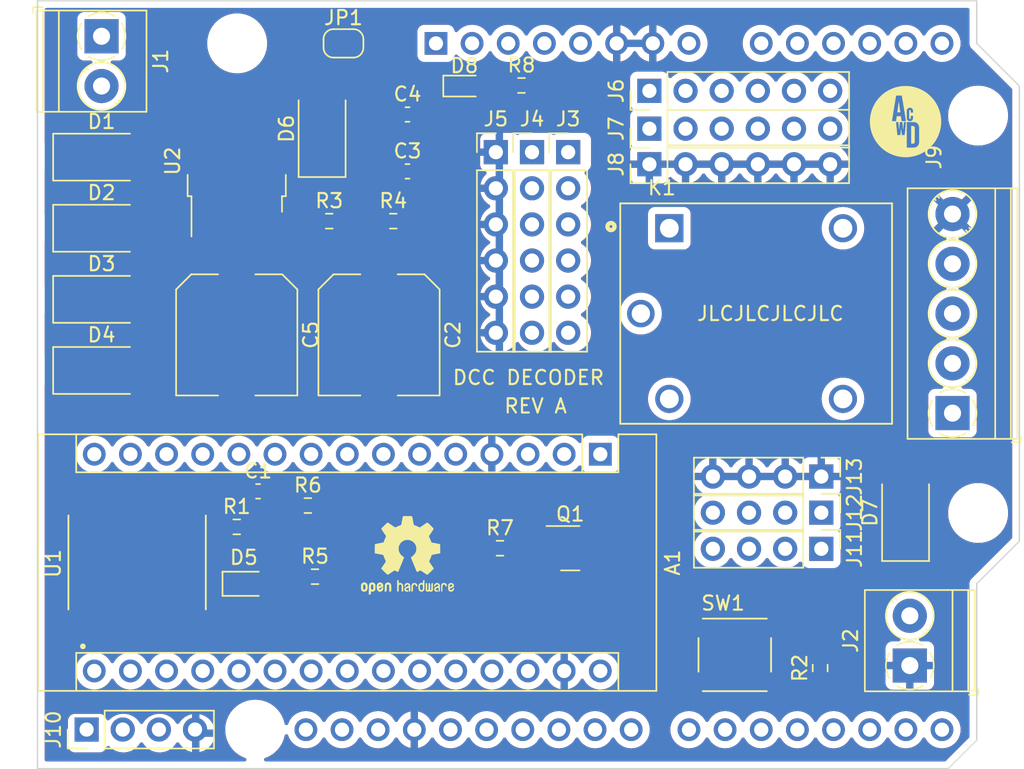
<source format=kicad_pcb>
(kicad_pcb (version 20211014) (generator pcbnew)
  (title_block (title "DCC Decoder") (date "2022-02-11") (rev "A") (company "A.C. Wright Design"))
  (layers (0 "F.Cu" signal) (31 "B.Cu" signal) (34 "B.Paste" user) (35 "F.Paste" user) (36 "B.SilkS" user "B.Silkscreen") (37 "F.SilkS" user "F.Silkscreen") (38 "B.Mask" user) (39 "F.Mask" user) (44 "Edge.Cuts" user))
  (net 0 "")
  (net 1 "D1")
  (net 2 "D0")
  (net 3 "~{RESET}")
  (net 4 "GND")
  (net 5 "DCC")
  (net 6 "LEARN")
  (net 7 "LIGHTS")
  (net 8 "TURNOUT A")
  (net 9 "TURNOUT B")
  (net 10 "D7")
  (net 11 "D8")
  (net 12 "TURNOUT C")
  (net 13 "TURNOUT D")
  (net 14 "D11")
  (net 15 "D12")
  (net 16 "D13")
  (net 17 "3V3")
  (net 18 "AREF")
  (net 19 "A0")
  (net 20 "A1")
  (net 21 "A2")
  (net 22 "A3")
  (net 23 "A4")
  (net 24 "A5")
  (net 27 "5V")
  (net 28 "12V")
  (net 29 "Net-(C1-Pad1)")
  (net 30 "RAIL B")
  (net 31 "Net-(C2-Pad1)")
  (net 32 "Net-(C4-Pad1)")
  (net 33 "RAIL A")
  (net 34 "Net-(D7-Pad2)")
  (net 35 "Net-(J9-Pad2)")
  (net 36 "Net-(J9-Pad3)")
  (net 37 "Net-(J9-Pad4)")
  (net 38 "Net-(Q1-Pad2)")
  (net 39 "Net-(D8-Pad2)")
  (net 40 "Net-(R5-Pad1)")
  (net 43 "IOREF")
  (net 44 "Net-(R3-Pad2)")
  (footprint "Resistor_SMD:R_0603_1608Metric" (layer "F.Cu") (at 135.5 102.5)
    (fp_text reference "R7" (at 0 -1.43) (layer "F.SilkS"))
    (fp_text value "1K")
    (pad "1" smd roundrect (at -0.825 0) (size 0.8 0.95) (layers "F.Cu" "F.Paste" "F.Mask") (net 7 "LIGHTS"))
    (pad "2" smd roundrect (at 0.825 0) (size 0.8 0.95) (layers "F.Cu" "F.Paste" "F.Mask") (net 38 "Net-(Q1-Pad2)"))
  )
  (footprint "Resistor_SMD:R_0603_1608Metric" (layer "F.Cu") (at 117 101)
    (fp_text reference "R1" (at 0 -1.43) (layer "F.SilkS"))
    (fp_text value "1K")
    (pad "1" smd roundrect (at -0.825 0) (size 0.8 0.95) (layers "F.Cu" "F.Paste" "F.Mask") (net 33 "RAIL A"))
    (pad "2" smd roundrect (at 0.825 0) (size 0.8 0.95) (layers "F.Cu" "F.Paste" "F.Mask") (net 29 "Net-(C1-Pad1)"))
  )
  (footprint "Capacitor_SMD:C_0603_1608Metric" (layer "F.Cu") (at 129 76)
    (fp_text reference "C3" (at 0 -1.43) (layer "F.SilkS"))
    (fp_text value "100nF")
    (pad "1" smd roundrect (at -0.775 0) (size 0.9 0.95) (layers "F.Cu" "F.Paste" "F.Mask") (net 31 "Net-(C2-Pad1)"))
    (pad "2" smd roundrect (at 0.775 0) (size 0.9 0.95) (layers "F.Cu" "F.Paste" "F.Mask") (net 4 "GND"))
  )
  (footprint "A.C. Wright Logo:A.C. Wright Logo 5mm" (layer "F.Cu") (at 164 72.5)
    (fp_text reference "G***" hide)
    (fp_text value "LOGO" hide)
  )
  (footprint "Diode_SMD:D_SMA" (layer "F.Cu") (at 164 100 90)
    (fp_text reference "D7" (at 0 -2.5 90) (layer "F.SilkS"))
    (fp_text value "M7")
    (pad "1" smd rect (at -2 0 90) (size 2.5 1.8) (layers "F.Cu" "F.Paste" "F.Mask") (net 28 "12V"))
    (pad "2" smd rect (at 2 0 90) (size 2.5 1.8) (layers "F.Cu" "F.Paste" "F.Mask") (net 34 "Net-(D7-Pad2)"))
  )
  (footprint "Resistor_SMD:R_0603_1608Metric" (layer "F.Cu") (at 128 79.5)
    (fp_text reference "R4" (at 0 -1.43) (layer "F.SilkS"))
    (fp_text value "180")
    (pad "1" smd roundrect (at -0.825 0) (size 0.8 0.95) (layers "F.Cu" "F.Paste" "F.Mask") (net 44 "Net-(R3-Pad2)"))
    (pad "2" smd roundrect (at 0.825 0) (size 0.8 0.95) (layers "F.Cu" "F.Paste" "F.Mask") (net 32 "Net-(C4-Pad1)"))
  )
  (footprint "Connector_PinHeader_2.54mm:PinHeader_1x06_P2.54mm_Vertical" (layer "F.Cu") (at 137.75 74.65)
    (fp_text reference "J4" (at 0 -2.33) (layer "F.SilkS"))
    (fp_text value "Conn_01x06" hide)
    (pad "1" thru_hole rect (at 0 0) (size 1.7 1.7) (drill 1) (layers *.Cu *.Mask) (net 27 "5V"))
    (pad "2" thru_hole oval (at 0 2.54) (size 1.7 1.7) (drill 1) (layers *.Cu *.Mask) (net 27 "5V"))
    (pad "3" thru_hole oval (at 0 5.08) (size 1.7 1.7) (drill 1) (layers *.Cu *.Mask) (net 27 "5V"))
    (pad "4" thru_hole oval (at 0 7.62) (size 1.7 1.7) (drill 1) (layers *.Cu *.Mask) (net 27 "5V"))
    (pad "5" thru_hole oval (at 0 10.16) (size 1.7 1.7) (drill 1) (layers *.Cu *.Mask) (net 27 "5V"))
    (pad "6" thru_hole oval (at 0 12.7) (size 1.7 1.7) (drill 1) (layers *.Cu *.Mask) (net 27 "5V"))
  )
  (footprint "Capacitor_SMD:C_Elec_8x10.2" (layer "F.Cu") (at 127 87.5 -90)
    (fp_text reference "C2" (at 0 -5.2 90) (layer "F.SilkS"))
    (fp_text value "100uF")
    (pad "1" smd roundrect (at -3.6 0 270) (size 4.5 2.1) (layers "F.Cu" "F.Paste" "F.Mask") (roundrect_rratio 0.119048) (net 31 "Net-(C2-Pad1)"))
    (pad "2" smd roundrect (at 3.6 0 270) (size 4.5 2.1) (layers "F.Cu" "F.Paste" "F.Mask") (roundrect_rratio 0.119048) (net 4 "GND"))
  )
  (footprint "Diode_SMD:D_SMA" (layer "F.Cu") (at 107.5 90)
    (fp_text reference "D4" (at 0 -2.5) (layer "F.SilkS"))
    (fp_text value "M7")
    (pad "1" smd rect (at -2 0) (size 2.5 1.8) (layers "F.Cu" "F.Paste" "F.Mask") (net 31 "Net-(C2-Pad1)"))
    (pad "2" smd rect (at 2 0) (size 2.5 1.8) (layers "F.Cu" "F.Paste" "F.Mask") (net 30 "RAIL B"))
  )
  (footprint "TerminalBlock_Phoenix:TerminalBlock_Phoenix_PT-1,5-2-3.5-H_1x02_P3.50mm_Horizontal" (layer "F.Cu") (at 107.5 66.5 -90)
    (fp_text reference "J1" (at 1.75 -4.16 90) (layer "F.SilkS"))
    (fp_text value "Screw_Terminal_01x02" hide)
    (pad "1" thru_hole rect (at 0 0 270) (size 2.4 2.4) (drill 1.2) (layers *.Cu *.Mask) (net 30 "RAIL B"))
    (pad "2" thru_hole circle (at 3.5 0 270) (size 2.4 2.4) (drill 1.2) (layers *.Cu *.Mask) (net 33 "RAIL A"))
  )
  (footprint "Resistor_SMD:R_0603_1608Metric" (layer "F.Cu") (at 122.5 104.5)
    (fp_text reference "R5" (at 0 -1.43) (layer "F.SilkS"))
    (fp_text value "10K")
    (pad "1" smd roundrect (at -0.825 0) (size 0.8 0.95) (layers "F.Cu" "F.Paste" "F.Mask") (net 40 "Net-(R5-Pad1)"))
    (pad "2" smd roundrect (at 0.825 0) (size 0.8 0.95) (layers "F.Cu" "F.Paste" "F.Mask") (net 27 "5V"))
  )
  (footprint "OPTO_HCPL2630S:OPTO_HCPL2630S" (layer "F.Cu") (at 110 103.5 90)
    (fp_text reference "U1" (at -0.075 -5.885 90) (layer "F.SilkS"))
    (fp_text value "6N137")
    (pad "1" smd rect locked (at -4.505 -3.81 90) (size 1.52 1.78) (layers "F.Cu" "F.Paste" "F.Mask"))
    (pad "2" smd rect locked (at -4.505 -1.27 90) (size 1.52 1.78) (layers "F.Cu" "F.Paste" "F.Mask") (net 29 "Net-(C1-Pad1)"))
    (pad "3" smd rect locked (at -4.505 1.27 90) (size 1.52 1.78) (layers "F.Cu" "F.Paste" "F.Mask") (net 30 "RAIL B"))
    (pad "4" smd rect locked (at -4.505 3.81 90) (size 1.52 1.78) (layers "F.Cu" "F.Paste" "F.Mask"))
    (pad "5" smd rect locked (at 4.505 3.81 270) (size 1.52 1.78) (layers "F.Cu" "F.Paste" "F.Mask") (net 4 "GND"))
    (pad "6" smd rect locked (at 4.505 1.27 270) (size 1.52 1.78) (layers "F.Cu" "F.Paste" "F.Mask") (net 5 "DCC"))
    (pad "7" smd rect locked (at 4.505 -1.27 270) (size 1.52 1.78) (layers "F.Cu" "F.Paste" "F.Mask") (net 40 "Net-(R5-Pad1)"))
    (pad "8" smd rect locked (at 4.505 -3.81 270) (size 1.52 1.78) (layers "F.Cu" "F.Paste" "F.Mask") (net 27 "5V"))
  )
  (footprint "Diode_SMD:D_SMA" (layer "F.Cu") (at 107.5 80)
    (fp_text reference "D2" (at 0 -2.5) (layer "F.SilkS"))
    (fp_text value "M7")
    (pad "1" smd rect (at -2 0) (size 2.5 1.8) (layers "F.Cu" "F.Paste" "F.Mask") (net 30 "RAIL B"))
    (pad "2" smd rect (at 2 0) (size 2.5 1.8) (layers "F.Cu" "F.Paste" "F.Mask") (net 4 "GND"))
  )
  (footprint "Package_TO_SOT_SMD:SOT-23" (layer "F.Cu") (at 140.4375 102.5)
    (fp_text reference "Q1" (at 0 -2.4) (layer "F.SilkS"))
    (fp_text value "MMBT2222A 1P")
    (pad "1" smd roundrect (at -0.9375 -0.95) (size 1.475 0.6) (layers "F.Cu" "F.Paste" "F.Mask") (net 34 "Net-(D7-Pad2)"))
    (pad "2" smd roundrect (at -0.9375 0.95) (size 1.475 0.6) (layers "F.Cu" "F.Paste" "F.Mask") (net 38 "Net-(Q1-Pad2)"))
    (pad "3" smd roundrect (at 0.9375 0) (size 1.475 0.6) (layers "F.Cu" "F.Paste" "F.Mask") (net 4 "GND"))
  )
  (footprint "Connector_PinHeader_2.54mm:PinHeader_1x06_P2.54mm_Vertical" (layer "F.Cu") (at 146 70.34 90)
    (fp_text reference "J6" (at 0 -2.33 90) (layer "F.SilkS"))
    (fp_text value "Conn_01x06" hide)
    (pad "1" thru_hole rect (at 0 0 90) (size 1.7 1.7) (drill 1) (layers *.Cu *.Mask) (net 19 "A0"))
    (pad "2" thru_hole oval (at 0 2.54 90) (size 1.7 1.7) (drill 1) (layers *.Cu *.Mask) (net 20 "A1"))
    (pad "3" thru_hole oval (at 0 5.08 90) (size 1.7 1.7) (drill 1) (layers *.Cu *.Mask) (net 21 "A2"))
    (pad "4" thru_hole oval (at 0 7.62 90) (size 1.7 1.7) (drill 1) (layers *.Cu *.Mask) (net 22 "A3"))
    (pad "5" thru_hole oval (at 0 10.16 90) (size 1.7 1.7) (drill 1) (layers *.Cu *.Mask) (net 23 "A4"))
    (pad "6" thru_hole oval (at 0 12.7 90) (size 1.7 1.7) (drill 1) (layers *.Cu *.Mask) (net 24 "A5"))
  )
  (footprint "TerminalBlock_Phoenix:TerminalBlock_Phoenix_PT-1,5-5-3.5-H_1x05_P3.50mm_Horizontal" (layer "F.Cu") (at 167.3 93 90)
    (fp_text reference "J9" (at 18 -1.3 90) (layer "F.SilkS"))
    (fp_text value "Screw_Terminal_01x05" hide)
    (pad "1" thru_hole rect (at 0 0 90) (size 2.4 2.4) (drill 1.2) (layers *.Cu *.Mask) (net 28 "12V"))
    (pad "2" thru_hole circle (at 3.5 0 90) (size 2.4 2.4) (drill 1.2) (layers *.Cu *.Mask) (net 35 "Net-(J9-Pad2)"))
    (pad "3" thru_hole circle (at 7 0 90) (size 2.4 2.4) (drill 1.2) (layers *.Cu *.Mask) (net 36 "Net-(J9-Pad3)"))
    (pad "4" thru_hole circle (at 10.5 0 90) (size 2.4 2.4) (drill 1.2) (layers *.Cu *.Mask) (net 37 "Net-(J9-Pad4)"))
    (pad "5" thru_hole circle (at 14 0 90) (size 2.4 2.4) (drill 1.2) (layers *.Cu *.Mask) (net 4 "GND"))
  )
  (footprint "Connector_PinHeader_2.54mm:PinHeader_1x06_P2.54mm_Vertical" (layer "F.Cu") (at 140.29 74.65)
    (fp_text reference "J3" (at 0 -2.33) (layer "F.SilkS"))
    (fp_text value "Conn_01x06" hide)
    (pad "1" thru_hole rect (at 0 0) (size 1.7 1.7) (drill 1) (layers *.Cu *.Mask) (net 2 "D0"))
    (pad "2" thru_hole oval (at 0 2.54) (size 1.7 1.7) (drill 1) (layers *.Cu *.Mask) (net 1 "D1"))
    (pad "3" thru_hole oval (at 0 5.08) (size 1.7 1.7) (drill 1) (layers *.Cu *.Mask) (net 10 "D7"))
    (pad "4" thru_hole oval (at 0 7.62) (size 1.7 1.7) (drill 1) (layers *.Cu *.Mask) (net 11 "D8"))
    (pad "5" thru_hole oval (at 0 10.16) (size 1.7 1.7) (drill 1) (layers *.Cu *.Mask) (net 14 "D11"))
    (pad "6" thru_hole oval (at 0 12.7) (size 1.7 1.7) (drill 1) (layers *.Cu *.Mask) (net 15 "D12"))
  )
  (footprint "Resistor_SMD:R_0603_1608Metric" (layer "F.Cu") (at 122 99.5)
    (fp_text reference "R6" (at 0 -1.43) (layer "F.SilkS"))
    (fp_text value "10K")
    (pad "1" smd roundrect (at -0.825 0) (size 0.8 0.95) (layers "F.Cu" "F.Paste" "F.Mask") (net 5 "DCC"))
    (pad "2" smd roundrect (at 0.825 0) (size 0.8 0.95) (layers "F.Cu" "F.Paste" "F.Mask") (net 27 "5V"))
  )
  (footprint "SRD-12VDC-SL-C:SRD-12VDC-SL-C" (layer "F.Cu") (at 153.5 86)
    (fp_text reference "K1" (at -6.62563 -8.83584) (layer "F.SilkS") (effects (font (size 1.000094 1.000094))))
    (fp_text value "SRD-12VDC-SL-C" hide)
    (pad "A1" thru_hole rect (at -6.1 -6) (size 1.98 1.98) (drill 1.32) (layers *.Cu *.Mask) (net 28 "12V"))
    (pad "A2" thru_hole circle (at -6.1 6) (size 1.98 1.98) (drill 1.32) (layers *.Cu *.Mask) (net 34 "Net-(D7-Pad2)"))
    (pad "COM" thru_hole circle (at -8.1 0) (size 1.935 1.935) (drill 1.29) (layers *.Cu *.Mask) (net 36 "Net-(J9-Pad3)"))
    (pad "NC" thru_hole circle (at 6.1 -6) (size 1.98 1.98) (drill 1.32) (layers *.Cu *.Mask) (net 37 "Net-(J9-Pad4)"))
    (pad "NO" thru_hole circle (at 6.1 6) (size 1.98 1.98) (drill 1.32) (layers *.Cu *.Mask) (net 35 "Net-(J9-Pad2)"))
  )
  (footprint "Capacitor_SMD:C_Elec_8x10.2" (layer "F.Cu") (at 117 87.5 -90)
    (fp_text reference "C5" (at 0 -5.2 90) (layer "F.SilkS"))
    (fp_text value "100uF")
    (pad "1" smd roundrect (at -3.6 0 270) (size 4.5 2.1) (layers "F.Cu" "F.Paste" "F.Mask") (roundrect_rratio 0.119048) (net 32 "Net-(C4-Pad1)"))
    (pad "2" smd roundrect (at 3.6 0 270) (size 4.5 2.1) (layers "F.Cu" "F.Paste" "F.Mask") (roundrect_rratio 0.119048) (net 4 "GND"))
  )
  (footprint "Symbol:OSHW-Logo2_7.3x6mm_SilkScreen" (layer "F.Cu") (at 129 103)
    (fp_text reference "REF**" hide)
    (fp_text value "OSHW-Logo2_7.3x6mm_SilkScreen" hide)
  )
  (footprint "Resistor_SMD:R_0603_1608Metric" (layer "F.Cu") (at 158 110.925 90)
    (fp_text reference "R2" (at 0 -1.43 90) (layer "F.SilkS"))
    (fp_text value "10K")
    (pad "1" smd roundrect (at -0.825 0 90) (size 0.8 0.95) (layers "F.Cu" "F.Paste" "F.Mask") (net 6 "LEARN"))
    (pad "2" smd roundrect (at 0.825 0 90) (size 0.8 0.95) (layers "F.Cu" "F.Paste" "F.Mask") (net 27 "5V"))
  )
  (footprint "Module:Arduino_UNO_R3_WithMountingHoles" (layer "F.Cu") (at 131 67)
    (fp_text reference "A2" hide)
    (fp_text value "Arduino_UNO_R3" hide)
    (pad "" np_thru_hole circle locked (at 38.1 33.02 90) (size 3.2 3.2) (drill 3.2) (layers *.Cu *.Mask))
    (pad "" np_thru_hole circle locked (at -12.7 48.26 90) (size 3.2 3.2) (drill 3.2) (layers *.Cu *.Mask))
    (pad "" np_thru_hole circle locked (at -13.97 0 90) (size 3.2 3.2) (drill 3.2) (layers *.Cu *.Mask))
    (pad "" np_thru_hole circle locked (at 38.1 5.08 90) (size 3.2 3.2) (drill 3.2) (layers *.Cu *.Mask))
    (pad "1" thru_hole rect locked (at 0 0 90) (size 1.6 1.6) (drill 1) (layers *.Cu *.Mask))
    (pad "2" thru_hole oval locked (at 2.54 0 90) (size 1.6 1.6) (drill 1) (layers *.Cu *.Mask) (net 43 "IOREF"))
    (pad "3" thru_hole oval locked (at 5.08 0 90) (size 1.6 1.6) (drill 1) (layers *.Cu *.Mask) (net 3 "~{RESET}"))
    (pad "4" thru_hole oval locked (at 7.62 0 90) (size 1.6 1.6) (drill 1) (layers *.Cu *.Mask) (net 17 "3V3"))
    (pad "5" thru_hole oval locked (at 10.16 0 90) (size 1.6 1.6) (drill 1) (layers *.Cu *.Mask) (net 27 "5V"))
    (pad "6" thru_hole oval locked (at 12.7 0 90) (size 1.6 1.6) (drill 1) (layers *.Cu *.Mask) (net 4 "GND"))
    (pad "7" thru_hole oval locked (at 15.24 0 90) (size 1.6 1.6) (drill 1) (layers *.Cu *.Mask) (net 4 "GND"))
    (pad "8" thru_hole oval locked (at 17.78 0 90) (size 1.6 1.6) (drill 1) (layers *.Cu *.Mask) (net 28 "12V"))
    (pad "9" thru_hole oval locked (at 22.86 0 90) (size 1.6 1.6) (drill 1) (layers *.Cu *.Mask) (net 19 "A0"))
    (pad "10" thru_hole oval locked (at 25.4 0 90) (size 1.6 1.6) (drill 1) (layers *.Cu *.Mask) (net 20 "A1"))
    (pad "11" thru_hole oval locked (at 27.94 0 90) (size 1.6 1.6) (drill 1) (layers *.Cu *.Mask) (net 21 "A2"))
    (pad "12" thru_hole oval locked (at 30.48 0 90) (size 1.6 1.6) (drill 1) (layers *.Cu *.Mask) (net 22 "A3"))
    (pad "13" thru_hole oval locked (at 33.02 0 90) (size 1.6 1.6) (drill 1) (layers *.Cu *.Mask) (net 23 "A4"))
    (pad "14" thru_hole oval locked (at 35.56 0 90) (size 1.6 1.6) (drill 1) (layers *.Cu *.Mask) (net 24 "A5"))
    (pad "15" thru_hole oval locked (at 35.56 48.26 90) (size 1.6 1.6) (drill 1) (layers *.Cu *.Mask) (net 2 "D0"))
    (pad "16" thru_hole oval locked (at 33.02 48.26 90) (size 1.6 1.6) (drill 1) (layers *.Cu *.Mask) (net 1 "D1"))
    (pad "17" thru_hole oval locked (at 30.48 48.26 90) (size 1.6 1.6) (drill 1) (layers *.Cu *.Mask) (net 5 "DCC"))
    (pad "18" thru_hole oval locked (at 27.94 48.26 90) (size 1.6 1.6) (drill 1) (layers *.Cu *.Mask) (net 6 "LEARN"))
    (pad "19" thru_hole oval locked (at 25.4 48.26 90) (size 1.6 1.6) (drill 1) (layers *.Cu *.Mask) (net 7 "LIGHTS"))
    (pad "20" thru_hole oval locked (at 22.86 48.26 90) (size 1.6 1.6) (drill 1) (layers *.Cu *.Mask) (net 8 "TURNOUT A"))
    (pad "21" thru_hole oval locked (at 20.32 48.26 90) (size 1.6 1.6) (drill 1) (layers *.Cu *.Mask) (net 9 "TURNOUT B"))
    (pad "22" thru_hole oval locked (at 17.78 48.26 90) (size 1.6 1.6) (drill 1) (layers *.Cu *.Mask) (net 10 "D7"))
    (pad "23" thru_hole oval locked (at 13.72 48.26 90) (size 1.6 1.6) (drill 1) (layers *.Cu *.Mask) (net 11 "D8"))
    (pad "24" thru_hole oval locked (at 11.18 48.26 90) (size 1.6 1.6) (drill 1) (layers *.Cu *.Mask) (net 12 "TURNOUT C"))
    (pad "25" thru_hole oval locked (at 8.64 48.26 90) (size 1.6 1.6) (drill 1) (layers *.Cu *.Mask) (net 13 "TURNOUT D"))
    (pad "26" thru_hole oval locked (at 6.1 48.26 90) (size 1.6 1.6) (drill 1) (layers *.Cu *.Mask) (net 14 "D11"))
    (pad "27" thru_hole oval locked (at 3.56 48.26 90) (size 1.6 1.6) (drill 1) (layers *.Cu *.Mask) (net 15 "D12"))
    (pad "28" thru_hole oval locked (at 1.02 48.26 90) (size 1.6 1.6) (drill 1) (layers *.Cu *.Mask) (net 16 "D13"))
    (pad "29" thru_hole oval locked (at -1.52 48.26 90) (size 1.6 1.6) (drill 1) (layers *.Cu *.Mask) (net 4 "GND"))
    (pad "30" thru_hole oval locked (at -4.06 48.26 90) (size 1.6 1.6) (drill 1) (layers *.Cu *.Mask) (net 18 "AREF"))
    (pad "31" thru_hole oval locked (at -6.6 48.26 90) (size 1.6 1.6) (drill 1) (layers *.Cu *.Mask) (net 23 "A4"))
    (pad "32" thru_hole oval locked (at -9.14 48.26 90) (size 1.6 1.6) (drill 1) (layers *.Cu *.Mask) (net 24 "A5"))
  )
  (footprint "Diode_SMD:D_SMA" (layer "F.Cu") (at 107.5 85)
    (fp_text reference "D3" (at 0 -2.5) (layer "F.SilkS"))
    (fp_text value "M7")
    (pad "1" smd rect (at -2 0) (size 2.5 1.8) (layers "F.Cu" "F.Paste" "F.Mask") (net 31 "Net-(C2-Pad1)"))
    (pad "2" smd rect (at 2 0) (size 2.5 1.8) (layers "F.Cu" "F.Paste" "F.Mask") (net 33 "RAIL A"))
  )
  (footprint "Connector_PinHeader_2.54mm:PinHeader_1x06_P2.54mm_Vertical" (layer "F.Cu") (at 146 75.5 90)
    (fp_text reference "J8" (at 0 -2.33 90) (layer "F.SilkS"))
    (fp_text value "Conn_01x06" hide)
    (pad "1" thru_hole rect (at 0 0 90) (size 1.7 1.7) (drill 1) (layers *.Cu *.Mask) (net 4 "GND"))
    (pad "2" thru_hole oval (at 0 2.54 90) (size 1.7 1.7) (drill 1) (layers *.Cu *.Mask) (net 4 "GND"))
    (pad "3" thru_hole oval (at 0 5.08 90) (size 1.7 1.7) (drill 1) (layers *.Cu *.Mask) (net 4 "GND"))
    (pad "4" thru_hole oval (at 0 7.62 90) (size 1.7 1.7) (drill 1) (layers *.Cu *.Mask) (net 4 "GND"))
    (pad "5" thru_hole oval (at 0 10.16 90) (size 1.7 1.7) (drill 1) (layers *.Cu *.Mask) (net 4 "GND"))
    (pad "6" thru_hole oval (at 0 12.7 90) (size 1.7 1.7) (drill 1) (layers *.Cu *.Mask) (net 4 "GND"))
  )
  (footprint "Capacitor_SMD:C_0603_1608Metric" (layer "F.Cu") (at 129 72)
    (fp_text reference "C4" (at 0 -1.43) (layer "F.SilkS"))
    (fp_text value "100nF")
    (pad "1" smd roundrect (at -0.775 0) (size 0.9 0.95) (layers "F.Cu" "F.Paste" "F.Mask") (net 32 "Net-(C4-Pad1)"))
    (pad "2" smd roundrect (at 0.775 0) (size 0.9 0.95) (layers "F.Cu" "F.Paste" "F.Mask") (net 4 "GND"))
  )
  (footprint "Module:Arduino_Nano" (layer "F.Cu") (at 142.55 95.89 -90)
    (fp_text reference "A1" (at 7.62 -5.08 90) (layer "F.SilkS"))
    (fp_text value "Arduino_Nano_v3.x")
    (pad "1" thru_hole rect (at 0 0 270) (size 1.6 1.6) (drill 1) (layers *.Cu *.Mask) (net 1 "D1"))
    (pad "2" thru_hole oval (at 0 2.54 270) (size 1.6 1.6) (drill 1) (layers *.Cu *.Mask) (net 2 "D0"))
    (pad "3" thru_hole oval (at 0 5.08 270) (size 1.6 1.6) (drill 1) (layers *.Cu *.Mask) (net 3 "~{RESET}"))
    (pad "4" thru_hole oval (at 0 7.62 270) (size 1.6 1.6) (drill 1) (layers *.Cu *.Mask) (net 4 "GND"))
    (pad "5" thru_hole oval (at 0 10.16 270) (size 1.6 1.6) (drill 1) (layers *.Cu *.Mask) (net 5 "DCC"))
    (pad "6" thru_hole oval (at 0 12.7 270) (size 1.6 1.6) (drill 1) (layers *.Cu *.Mask) (net 6 "LEARN"))
    (pad "7" thru_hole oval (at 0 15.24 270) (size 1.6 1.6) (drill 1) (layers *.Cu *.Mask) (net 7 "LIGHTS"))
    (pad "8" thru_hole oval (at 0 17.78 270) (size 1.6 1.6) (drill 1) (layers *.Cu *.Mask) (net 8 "TURNOUT A"))
    (pad "9" thru_hole oval (at 0 20.32 270) (size 1.6 1.6) (drill 1) (layers *.Cu *.Mask) (net 9 "TURNOUT B"))
    (pad "10" thru_hole oval (at 0 22.86 270) (size 1.6 1.6) (drill 1) (layers *.Cu *.Mask) (net 10 "D7"))
    (pad "11" thru_hole oval (at 0 25.4 270) (size 1.6 1.6) (drill 1) (layers *.Cu *.Mask) (net 11 "D8"))
    (pad "12" thru_hole oval (at 0 27.94 270) (size 1.6 1.6) (drill 1) (layers *.Cu *.Mask) (net 12 "TURNOUT C"))
    (pad "13" thru_hole oval (at 0 30.48 270) (size 1.6 1.6) (drill 1) (layers *.Cu *.Mask) (net 13 "TURNOUT D"))
    (pad "14" thru_hole oval (at 0 33.02 270) (size 1.6 1.6) (drill 1) (layers *.Cu *.Mask) (net 14 "D11"))
    (pad "15" thru_hole oval (at 0 35.56 270) (size 1.6 1.6) (drill 1) (layers *.Cu *.Mask) (net 15 "D12"))
    (pad "16" thru_hole oval (at 15.24 35.56 270) (size 1.6 1.6) (drill 1) (layers *.Cu *.Mask) (net 16 "D13"))
    (pad "17" thru_hole oval (at 15.24 33.02 270) (size 1.6 1.6) (drill 1) (layers *.Cu *.Mask) (net 17 "3V3"))
    (pad "18" thru_hole oval (at 15.24 30.48 270) (size 1.6 1.6) (drill 1) (layers *.Cu *.Mask) (net 18 "AREF"))
    (pad "19" thru_hole oval (at 15.24 27.94 270) (size 1.6 1.6) (drill 1) (layers *.Cu *.Mask) (net 19 "A0"))
    (pad "20" thru_hole oval (at 15.24 25.4 270) (size 1.6 1.6) (drill 1) (layers *.Cu *.Mask) (net 20 "A1"))
    (pad "21" thru_hole oval (at 15.24 22.86 270) (size 1.6 1.6) (drill 1) (layers *.Cu *.Mask) (net 21 "A2"))
    (pad "22" thru_hole oval (at 15.24 20.32 270) (size 1.6 1.6) (drill 1) (layers *.Cu *.Mask) (net 22 "A3"))
    (pad "23" thru_hole oval (at 15.24 17.78 270) (size 1.6 1.6) (drill 1) (layers *.Cu *.Mask) (net 23 "A4"))
    (pad "24" thru_hole oval (at 15.24 15.24 270) (size 1.6 1.6) (drill 1) (layers *.Cu *.Mask) (net 24 "A5"))
    (pad "25" thru_hole oval (at 15.24 12.7 270) (size 1.6 1.6) (drill 1) (layers *.Cu *.Mask))
    (pad "26" thru_hole oval (at 15.24 10.16 270) (size 1.6 1.6) (drill 1) (layers *.Cu *.Mask))
    (pad "27" thru_hole oval (at 15.24 7.62 270) (size 1.6 1.6) (drill 1) (layers *.Cu *.Mask) (net 27 "5V"))
    (pad "28" thru_hole oval (at 15.24 5.08 270) (size 1.6 1.6) (drill 1) (layers *.Cu *.Mask) (net 3 "~{RESET}"))
    (pad "29" thru_hole oval (at 15.24 2.54 270) (size 1.6 1.6) (drill 1) (layers *.Cu *.Mask) (net 4 "GND"))
    (pad "30" thru_hole oval (at 15.24 0 270) (size 1.6 1.6) (drill 1) (layers *.Cu *.Mask) (net 28 "12V"))
  )
  (footprint "Resistor_SMD:R_0603_1608Metric" (layer "F.Cu") (at 123.5 79.5)
    (fp_text reference "R3" (at 0 -1.43) (layer "F.SilkS"))
    (fp_text value "1.5K")
    (pad "1" smd roundrect (at -0.825 0) (size 0.8 0.95) (layers "F.Cu" "F.Paste" "F.Mask") (net 4 "GND"))
    (pad "2" smd roundrect (at 0.825 0) (size 0.8 0.95) (layers "F.Cu" "F.Paste" "F.Mask") (net 44 "Net-(R3-Pad2)"))
  )
  (footprint "Connector_PinHeader_2.54mm:PinHeader_1x04_P2.54mm_Vertical" (layer "F.Cu") (at 158.08 100 -90)
    (fp_text reference "J12" (at 0 -2.33 90) (layer "F.SilkS"))
    (fp_text value "Conn_01x04" hide)
    (pad "1" thru_hole rect (at 0 0 270) (size 1.7 1.7) (drill 1) (layers *.Cu *.Mask) (net 27 "5V"))
    (pad "2" thru_hole oval (at 0 2.54 270) (size 1.7 1.7) (drill 1) (layers *.Cu *.Mask) (net 27 "5V"))
    (pad "3" thru_hole oval (at 0 5.08 270) (size 1.7 1.7) (drill 1) (layers *.Cu *.Mask) (net 27 "5V"))
    (pad "4" thru_hole oval (at 0 7.62 270) (size 1.7 1.7) (drill 1) (layers *.Cu *.Mask) (net 27 "5V"))
  )
  (footprint "Package_TO_SOT_SMD:TO-252-2" (layer "F.Cu") (at 117 75.275 90)
    (fp_text reference "U2" (at 0 -4.5 90) (layer "F.SilkS"))
    (fp_text value "LM317AG-TN3-R" hide)
    (pad "1" smd rect (at -4.2 -2.28 90) (size 2.2 1.2) (layers "F.Cu" "F.Paste" "F.Mask") (net 44 "Net-(R3-Pad2)"))
    (pad "2" smd rect (at 2.1 0 90) (size 6.4 5.8) (layers "F.Cu" "F.Mask") (net 32 "Net-(C4-Pad1)"))
    (pad "3" smd rect (at -4.2 2.28 90) (size 2.2 1.2) (layers "F.Cu" "F.Paste" "F.Mask") (net 31 "Net-(C2-Pad1)"))
  )
  (footprint "Connector_PinHeader_2.54mm:PinHeader_1x04_P2.54mm_Vertical" (layer "F.Cu") (at 106.45 115.25 90)
    (fp_text reference "J10" (at 0 -2.33 90) (layer "F.SilkS"))
    (fp_text value "Conn_01x04" hide)
    (pad "1" thru_hole rect (at 0 0 90) (size 1.7 1.7) (drill 1) (layers *.Cu *.Mask) (net 27 "5V"))
    (pad "2" thru_hole oval (at 0 2.54 90) (size 1.7 1.7) (drill 1) (layers *.Cu *.Mask) (net 11 "D8"))
    (pad "3" thru_hole oval (at 0 5.08 90) (size 1.7 1.7) (drill 1) (layers *.Cu *.Mask) (net 10 "D7"))
    (pad "4" thru_hole oval (at 0 7.62 90) (size 1.7 1.7) (drill 1) (layers *.Cu *.Mask) (net 4 "GND"))
  )
  (footprint "Capacitor_SMD:C_0603_1608Metric" (layer "F.Cu") (at 118.5 98.5)
    (fp_text reference "C1" (at 0 -1.43) (layer "F.SilkS"))
    (fp_text value "100nF")
    (pad "1" smd roundrect (at -0.775 0) (size 0.9 0.95) (layers "F.Cu" "F.Paste" "F.Mask") (net 29 "Net-(C1-Pad1)"))
    (pad "2" smd roundrect (at 0.775 0) (size 0.9 0.95) (layers "F.Cu" "F.Paste" "F.Mask") (net 30 "RAIL B"))
  )
  (footprint "Diode_SMD:D_SMA" (layer "F.Cu") (at 123 73 90)
    (fp_text reference "D6" (at 0 -2.5 90) (layer "F.SilkS"))
    (fp_text value "M7")
    (pad "1" smd rect (at -2 0 90) (size 2.5 1.8) (layers "F.Cu" "F.Paste" "F.Mask") (net 31 "Net-(C2-Pad1)"))
    (pad "2" smd rect (at 2 0 90) (size 2.5 1.8) (layers "F.Cu" "F.Paste" "F.Mask") (net 32 "Net-(C4-Pad1)"))
  )
  (footprint "Jumper:SolderJumper-2_P1.3mm_Open_RoundedPad1.0x1.5mm" (layer "F.Cu") (at 124.5 67)
    (fp_text reference "JP1" (at 0 -1.8) (layer "F.SilkS"))
    (fp_text value "SolderJumper_2_Open" hide)
    (pad "1" smd custom (at -0.65 0) (size 1 0.5) (layers "F.Cu" "F.Mask") (net 32 "Net-(C4-Pad1)") (options (clearance outline) (anchor rect)) (primitives (gr_circle (center 0 0.25) (end 0.5 0.25) (width 0) (fill yes)) (gr_circle (center 0 -0.25) (end 0.5 -0.25) (width 0) (fill yes)) (gr_poly (pts (xy 0.5 0.75) (xy 0 0.75) (xy 0 -0.75) (xy 0.5 -0.75)) (width 0) (fill yes))))
    (pad "2" smd custom (at 0.65 0) (size 1 0.5) (layers "F.Cu" "F.Mask") (net 28 "12V") (options (clearance outline) (anchor rect)) (primitives (gr_circle (center 0 0.25) (end 0.5 0.25) (width 0) (fill yes)) (gr_circle (center 0 -0.25) (end 0.5 -0.25) (width 0) (fill yes)) (gr_poly (pts (xy 0 0.75) (xy -0.5 0.75) (xy -0.5 -0.75) (xy 0 -0.75)) (width 0) (fill yes))))
  )
  (footprint "Resistor_SMD:R_0603_1608Metric" (layer "F.Cu") (at 137.01 69.96)
    (fp_text reference "R8" (at 0 -1.43) (layer "F.SilkS"))
    (fp_text value "1K")
    (pad "1" smd roundrect (at -0.825 0) (size 0.8 0.95) (layers "F.Cu" "F.Paste" "F.Mask") (net 39 "Net-(D8-Pad2)"))
    (pad "2" smd roundrect (at 0.825 0) (size 0.8 0.95) (layers "F.Cu" "F.Paste" "F.Mask") (net 28 "12V"))
  )
  (footprint "Connector_PinHeader_2.54mm:PinHeader_1x04_P2.54mm_Vertical" (layer "F.Cu") (at 158.08 97.46 -90)
    (fp_text reference "J13" (at 0 -2.33 90) (layer "F.SilkS"))
    (fp_text value "Conn_01x04" hide)
    (pad "1" thru_hole rect (at 0 0 270) (size 1.7 1.7) (drill 1) (layers *.Cu *.Mask) (net 4 "GND"))
    (pad "2" thru_hole oval (at 0 2.54 270) (size 1.7 1.7) (drill 1) (layers *.Cu *.Mask) (net 4 "GND"))
    (pad "3" thru_hole oval (at 0 5.08 270) (size 1.7 1.7) (drill 1) (layers *.Cu *.Mask) (net 4 "GND"))
    (pad "4" thru_hole oval (at 0 7.62 270) (size 1.7 1.7) (drill 1) (layers *.Cu *.Mask) (net 4 "GND"))
  )
  (footprint "Diode_SMD:D_SOD-323" (layer "F.Cu") (at 117.5 105)
    (fp_text reference "D5" (at 0 -1.85) (layer "F.SilkS"))
    (fp_text value "1N4148WS")
    (pad "1" smd rect (at -1.05 0) (size 0.6 0.45) (layers "F.Cu" "F.Paste" "F.Mask") (net 29 "Net-(C1-Pad1)"))
    (pad "2" smd rect (at 1.05 0) (size 0.6 0.45) (layers "F.Cu" "F.Paste" "F.Mask") (net 30 "RAIL B"))
  )
  (footprint "Connector_PinHeader_2.54mm:PinHeader_1x06_P2.54mm_Vertical" (layer "F.Cu") (at 146 73 90)
    (fp_text reference "J7" (at 0 -2.33 90) (layer "F.SilkS"))
    (fp_text value "Conn_01x06" hide)
    (pad "1" thru_hole rect (at 0 0 90) (size 1.7 1.7) (drill 1) (layers *.Cu *.Mask) (net 27 "5V"))
    (pad "2" thru_hole oval (at 0 2.54 90) (size 1.7 1.7) (drill 1) (layers *.Cu *.Mask) (net 27 "5V"))
    (pad "3" thru_hole oval (at 0 5.08 90) (size 1.7 1.7) (drill 1) (layers *.Cu *.Mask) (net 27 "5V"))
    (pad "4" thru_hole oval (at 0 7.62 90) (size 1.7 1.7) (drill 1) (layers *.Cu *.Mask) (net 27 "5V"))
    (pad "5" thru_hole oval (at 0 10.16 90) (size 1.7 1.7) (drill 1) (layers *.Cu *.Mask) (net 27 "5V"))
    (pad "6" thru_hole oval (at 0 12.7 90) (size 1.7 1.7) (drill 1) (layers *.Cu *.Mask) (net 27 "5V"))
  )
  (footprint "TerminalBlock_Phoenix:TerminalBlock_Phoenix_PT-1,5-2-3.5-H_1x02_P3.50mm_Horizontal" (layer "F.Cu") (at 164.3 110.75 90)
    (fp_text reference "J2" (at 1.75 -4.16 90) (layer "F.SilkS"))
    (fp_text value "Screw_Terminal_01x02" hide)
    (pad "1" thru_hole rect (at 0 0 90) (size 2.4 2.4) (drill 1.2) (layers *.Cu *.Mask) (net 4 "GND"))
    (pad "2" thru_hole circle (at 3.5 0 90) (size 2.4 2.4) (drill 1.2) (layers *.Cu *.Mask) (net 28 "12V"))
  )
  (footprint "Diode_SMD:D_SMA" (layer "F.Cu") (at 107.5 75)
    (fp_text reference "D1" (at 0 -2.5) (layer "F.SilkS"))
    (fp_text value "M7")
    (pad "1" smd rect (at -2 0) (size 2.5 1.8) (layers "F.Cu" "F.Paste" "F.Mask") (net 33 "RAIL A"))
    (pad "2" smd rect (at 2 0) (size 2.5 1.8) (layers "F.Cu" "F.Paste" "F.Mask") (net 4 "GND"))
  )
  (footprint "SW_TS-1187A-B-A-B:SW_TS-1187A-B-A-B" (layer "F.Cu") (at 152 110)
    (fp_text reference "SW1" (at -0.825 -3.635) (layer "F.SilkS"))
    (fp_text value "SW_Push" hide)
    (pad "1" smd rect locked (at 3 -1.875) (size 1 0.75) (layers "F.Cu" "F.Paste" "F.Mask") (net 4 "GND"))
    (pad "1" smd rect locked (at -3 -1.875) (size 1 0.75) (layers "F.Cu" "F.Paste" "F.Mask") (net 4 "GND"))
    (pad "2" smd rect locked (at -3 1.875) (size 1 0.75) (layers "F.Cu" "F.Paste" "F.Mask") (net 6 "LEARN"))
    (pad "2" smd rect locked (at 3 1.875) (size 1 0.75) (layers "F.Cu" "F.Paste" "F.Mask") (net 6 "LEARN"))
  )
  (footprint "Connector_PinHeader_2.54mm:PinHeader_1x04_P2.54mm_Vertical" (layer "F.Cu") (at 158.08 102.54 -90)
    (fp_text reference "J11" (at 0 -2.33 90) (layer "F.SilkS"))
    (fp_text value "Conn_01x04" hide)
    (pad "1" thru_hole rect (at 0 0 270) (size 1.7 1.7) (drill 1) (layers *.Cu *.Mask) (net 8 "TURNOUT A"))
    (pad "2" thru_hole oval (at 0 2.54 270) (size 1.7 1.7) (drill 1) (layers *.Cu *.Mask) (net 9 "TURNOUT B"))
    (pad "3" thru_hole oval (at 0 5.08 270) (size 1.7 1.7) (drill 1) (layers *.Cu *.Mask) (net 12 "TURNOUT C"))
    (pad "4" thru_hole oval (at 0 7.62 270) (size 1.7 1.7) (drill 1) (layers *.Cu *.Mask) (net 13 "TURNOUT D"))
  )
  (footprint "LED_SMD:LED_0603_1608Metric" (layer "F.Cu") (at 133 70)
    (fp_text reference "D8" (at 0 -1.43) (layer "F.SilkS"))
    (fp_text value "LED")
    (pad "1" smd roundrect (at -0.7875 0) (size 0.875 0.95) (layers "F.Cu" "F.Paste" "F.Mask") (net 4 "GND"))
    (pad "2" smd roundrect (at 0.7875 0) (size 0.875 0.95) (layers "F.Cu" "F.Paste" "F.Mask") (net 39 "Net-(D8-Pad2)"))
  )
  (footprint "Connector_PinHeader_2.54mm:PinHeader_1x06_P2.54mm_Vertical" (layer "F.Cu") (at 135.21 74.65)
    (fp_text reference "J5" (at 0 -2.33) (layer "F.SilkS"))
    (fp_text value "Conn_01x06" hide)
    (pad "1" thru_hole rect (at 0 0) (size 1.7 1.7) (drill 1) (layers *.Cu *.Mask) (net 4 "GND"))
    (pad "2" thru_hole oval (at 0 2.54) (size 1.7 1.7) (drill 1) (layers *.Cu *.Mask) (net 4 "GND"))
    (pad "3" thru_hole oval (at 0 5.08) (size 1.7 1.7) (drill 1) (layers *.Cu *.Mask) (net 4 "GND"))
    (pad "4" thru_hole oval (at 0 7.62) (size 1.7 1.7) (drill 1) (layers *.Cu *.Mask) (net 4 "GND"))
    (pad "5" thru_hole oval (at 0 10.16) (size 1.7 1.7) (drill 1) (layers *.Cu *.Mask) (net 4 "GND"))
    (pad "6" thru_hole oval (at 0 12.7) (size 1.7 1.7) (drill 1) (layers *.Cu *.Mask) (net 4 "GND"))
  )
  (gr_line (start 169 105) (end 169 116) (layer "Edge.Cuts") (width 0.1))
  (gr_line (start 169 67) (end 172 70) (layer "Edge.Cuts") (width 0.1))
  (gr_line (start 172 70) (end 172 102) (layer "Edge.Cuts") (width 0.1))
  (gr_line (start 167 118) (end 103 118) (layer "Edge.Cuts") (width 0.1))
  (gr_line (start 103 118) (end 103 64) (layer "Edge.Cuts") (width 0.1))
  (gr_line (start 169 116) (end 167 118) (layer "Edge.Cuts") (width 0.1))
  (gr_line (start 103 64) (end 169 64) (layer "Edge.Cuts") (width 0.1))
  (gr_line (start 172 102) (end 169 105) (layer "Edge.Cuts") (width 0.1))
  (gr_line (start 169 64) (end 169 67) (layer "Edge.Cuts") (width 0.1))
  (gr_text "REV A" (at 138 92.5) (layer "F.SilkS") (effects (font (size 1 1))))
  (gr_text "DCC DECODER" (at 137.5 90.5) (layer "F.SilkS") (effects (font (size 1 1))))
  (gr_text "JLCJLCJLCJLC" (at 154.5 86) (layer "F.SilkS") (effects (font (size 1 1))))
  (zone (net 4) (net_name "GND") (layers F&B.Cu) (connect_pads (clearance 0.508)) (min_thickness 0.254) (fill yes (thermal_gap 0.508) (thermal_bridge_width 0.508))
    (polygon (pts (xy 169 67) (xy 172 70) (xy 172 102) (xy 169 105) (xy 169 116) (xy 167 118) (xy 103 118) (xy 103 64) (xy 169 64)))
  )
)
</source>
